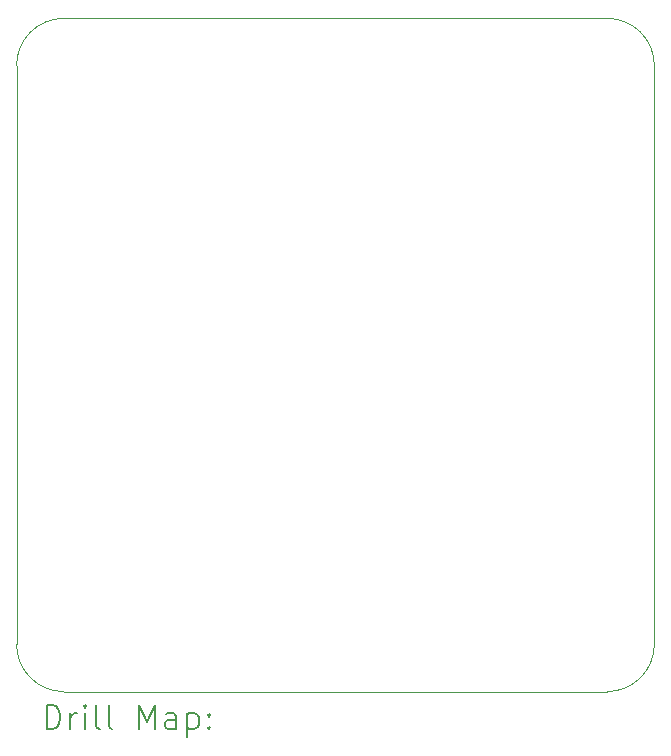
<source format=gbr>
%TF.GenerationSoftware,KiCad,Pcbnew,8.0.5*%
%TF.CreationDate,2024-10-23T09:19:49+02:00*%
%TF.ProjectId,Projet_torero,50726f6a-6574-45f7-946f-7265726f2e6b,rev?*%
%TF.SameCoordinates,Original*%
%TF.FileFunction,Drillmap*%
%TF.FilePolarity,Positive*%
%FSLAX45Y45*%
G04 Gerber Fmt 4.5, Leading zero omitted, Abs format (unit mm)*
G04 Created by KiCad (PCBNEW 8.0.5) date 2024-10-23 09:19:49*
%MOMM*%
%LPD*%
G01*
G04 APERTURE LIST*
%ADD10C,0.100000*%
%ADD11C,0.200000*%
G04 APERTURE END LIST*
D10*
X14400000Y-10700000D02*
X19000000Y-10700000D01*
X19000000Y-5000000D02*
G75*
G02*
X19400000Y-5400000I0J-400000D01*
G01*
X14000000Y-5400000D02*
G75*
G02*
X14400000Y-5000000I400000J0D01*
G01*
X14400000Y-10700000D02*
G75*
G02*
X14000000Y-10300000I0J400000D01*
G01*
X19400000Y-10300000D02*
X19400000Y-5400000D01*
X14000000Y-5400000D02*
X14000000Y-10300000D01*
X19000000Y-5000000D02*
X14400000Y-5000000D01*
X19400000Y-10300000D02*
G75*
G02*
X19000000Y-10700000I-400000J0D01*
G01*
D11*
X14255777Y-11016484D02*
X14255777Y-10816484D01*
X14255777Y-10816484D02*
X14303396Y-10816484D01*
X14303396Y-10816484D02*
X14331967Y-10826008D01*
X14331967Y-10826008D02*
X14351015Y-10845055D01*
X14351015Y-10845055D02*
X14360539Y-10864103D01*
X14360539Y-10864103D02*
X14370062Y-10902198D01*
X14370062Y-10902198D02*
X14370062Y-10930770D01*
X14370062Y-10930770D02*
X14360539Y-10968865D01*
X14360539Y-10968865D02*
X14351015Y-10987912D01*
X14351015Y-10987912D02*
X14331967Y-11006960D01*
X14331967Y-11006960D02*
X14303396Y-11016484D01*
X14303396Y-11016484D02*
X14255777Y-11016484D01*
X14455777Y-11016484D02*
X14455777Y-10883150D01*
X14455777Y-10921246D02*
X14465301Y-10902198D01*
X14465301Y-10902198D02*
X14474824Y-10892674D01*
X14474824Y-10892674D02*
X14493872Y-10883150D01*
X14493872Y-10883150D02*
X14512920Y-10883150D01*
X14579586Y-11016484D02*
X14579586Y-10883150D01*
X14579586Y-10816484D02*
X14570062Y-10826008D01*
X14570062Y-10826008D02*
X14579586Y-10835531D01*
X14579586Y-10835531D02*
X14589110Y-10826008D01*
X14589110Y-10826008D02*
X14579586Y-10816484D01*
X14579586Y-10816484D02*
X14579586Y-10835531D01*
X14703396Y-11016484D02*
X14684348Y-11006960D01*
X14684348Y-11006960D02*
X14674824Y-10987912D01*
X14674824Y-10987912D02*
X14674824Y-10816484D01*
X14808158Y-11016484D02*
X14789110Y-11006960D01*
X14789110Y-11006960D02*
X14779586Y-10987912D01*
X14779586Y-10987912D02*
X14779586Y-10816484D01*
X15036729Y-11016484D02*
X15036729Y-10816484D01*
X15036729Y-10816484D02*
X15103396Y-10959341D01*
X15103396Y-10959341D02*
X15170062Y-10816484D01*
X15170062Y-10816484D02*
X15170062Y-11016484D01*
X15351015Y-11016484D02*
X15351015Y-10911722D01*
X15351015Y-10911722D02*
X15341491Y-10892674D01*
X15341491Y-10892674D02*
X15322443Y-10883150D01*
X15322443Y-10883150D02*
X15284348Y-10883150D01*
X15284348Y-10883150D02*
X15265301Y-10892674D01*
X15351015Y-11006960D02*
X15331967Y-11016484D01*
X15331967Y-11016484D02*
X15284348Y-11016484D01*
X15284348Y-11016484D02*
X15265301Y-11006960D01*
X15265301Y-11006960D02*
X15255777Y-10987912D01*
X15255777Y-10987912D02*
X15255777Y-10968865D01*
X15255777Y-10968865D02*
X15265301Y-10949817D01*
X15265301Y-10949817D02*
X15284348Y-10940293D01*
X15284348Y-10940293D02*
X15331967Y-10940293D01*
X15331967Y-10940293D02*
X15351015Y-10930770D01*
X15446253Y-10883150D02*
X15446253Y-11083150D01*
X15446253Y-10892674D02*
X15465301Y-10883150D01*
X15465301Y-10883150D02*
X15503396Y-10883150D01*
X15503396Y-10883150D02*
X15522443Y-10892674D01*
X15522443Y-10892674D02*
X15531967Y-10902198D01*
X15531967Y-10902198D02*
X15541491Y-10921246D01*
X15541491Y-10921246D02*
X15541491Y-10978389D01*
X15541491Y-10978389D02*
X15531967Y-10997436D01*
X15531967Y-10997436D02*
X15522443Y-11006960D01*
X15522443Y-11006960D02*
X15503396Y-11016484D01*
X15503396Y-11016484D02*
X15465301Y-11016484D01*
X15465301Y-11016484D02*
X15446253Y-11006960D01*
X15627205Y-10997436D02*
X15636729Y-11006960D01*
X15636729Y-11006960D02*
X15627205Y-11016484D01*
X15627205Y-11016484D02*
X15617682Y-11006960D01*
X15617682Y-11006960D02*
X15627205Y-10997436D01*
X15627205Y-10997436D02*
X15627205Y-11016484D01*
X15627205Y-10892674D02*
X15636729Y-10902198D01*
X15636729Y-10902198D02*
X15627205Y-10911722D01*
X15627205Y-10911722D02*
X15617682Y-10902198D01*
X15617682Y-10902198D02*
X15627205Y-10892674D01*
X15627205Y-10892674D02*
X15627205Y-10911722D01*
M02*

</source>
